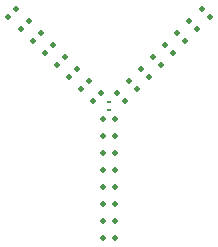
<source format=gbr>
%TF.GenerationSoftware,KiCad,Pcbnew,(6.0.7-1)-1*%
%TF.CreationDate,2022-09-29T17:50:23+03:00*%
%TF.ProjectId,Flux_Capacitor_Micro,466c7578-5f43-4617-9061-6369746f725f,3.0A*%
%TF.SameCoordinates,PX86594f8PY6db8610*%
%TF.FileFunction,Paste,Top*%
%TF.FilePolarity,Positive*%
%FSLAX46Y46*%
G04 Gerber Fmt 4.6, Leading zero omitted, Abs format (unit mm)*
G04 Created by KiCad (PCBNEW (6.0.7-1)-1) date 2022-09-29 17:50:23*
%MOMM*%
%LPD*%
G01*
G04 APERTURE LIST*
G04 Aperture macros list*
%AMRoundRect*
0 Rectangle with rounded corners*
0 $1 Rounding radius*
0 $2 $3 $4 $5 $6 $7 $8 $9 X,Y pos of 4 corners*
0 Add a 4 corners polygon primitive as box body*
4,1,4,$2,$3,$4,$5,$6,$7,$8,$9,$2,$3,0*
0 Add four circle primitives for the rounded corners*
1,1,$1+$1,$2,$3*
1,1,$1+$1,$4,$5*
1,1,$1+$1,$6,$7*
1,1,$1+$1,$8,$9*
0 Add four rect primitives between the rounded corners*
20,1,$1+$1,$2,$3,$4,$5,0*
20,1,$1+$1,$4,$5,$6,$7,0*
20,1,$1+$1,$6,$7,$8,$9,0*
20,1,$1+$1,$8,$9,$2,$3,0*%
G04 Aperture macros list end*
%ADD10RoundRect,0.112500X-0.159099X0.000000X0.000000X-0.159099X0.159099X0.000000X0.000000X0.159099X0*%
%ADD11RoundRect,0.112500X0.000000X-0.159099X0.159099X0.000000X0.000000X0.159099X-0.159099X0.000000X0*%
%ADD12RoundRect,0.112500X-0.112500X-0.112500X0.112500X-0.112500X0.112500X0.112500X-0.112500X0.112500X0*%
%ADD13RoundRect,0.062500X0.137500X-0.062500X0.137500X0.062500X-0.137500X0.062500X-0.137500X-0.062500X0*%
G04 APERTURE END LIST*
D10*
X17889411Y20935589D03*
X17210589Y21614411D03*
D11*
X12814411Y20589411D03*
X12135589Y19910589D03*
X8035589Y24010589D03*
X8714411Y24689411D03*
D12*
X14020000Y13075000D03*
X14980000Y13075000D03*
D10*
X16185589Y20589411D03*
X16864411Y19910589D03*
D13*
X14500000Y18830000D03*
X14500000Y18170000D03*
D12*
X14020000Y15975000D03*
X14980000Y15975000D03*
X14980000Y7275000D03*
X14020000Y7275000D03*
D11*
X11110589Y20935589D03*
X11789411Y21614411D03*
X13839411Y19564411D03*
X13160589Y18885589D03*
X6664411Y26739411D03*
X5985589Y26060589D03*
D10*
X23014411Y26060589D03*
X22335589Y26739411D03*
D11*
X10085589Y21960589D03*
X10764411Y22639411D03*
D12*
X14980000Y10175000D03*
X14020000Y10175000D03*
D10*
X15839411Y18885589D03*
X15160589Y19564411D03*
D12*
X14980000Y8725000D03*
X14020000Y8725000D03*
X14020000Y17425000D03*
X14980000Y17425000D03*
D10*
X19939411Y22985589D03*
X19260589Y23664411D03*
X20285589Y24689411D03*
X20964411Y24010589D03*
X18914411Y21960589D03*
X18235589Y22639411D03*
D11*
X9739411Y23664411D03*
X9060589Y22985589D03*
D12*
X14020000Y14525000D03*
X14980000Y14525000D03*
D11*
X7689411Y25714411D03*
X7010589Y25035589D03*
D12*
X14980000Y11625000D03*
X14020000Y11625000D03*
D10*
X21989411Y25035589D03*
X21310589Y25714411D03*
M02*

</source>
